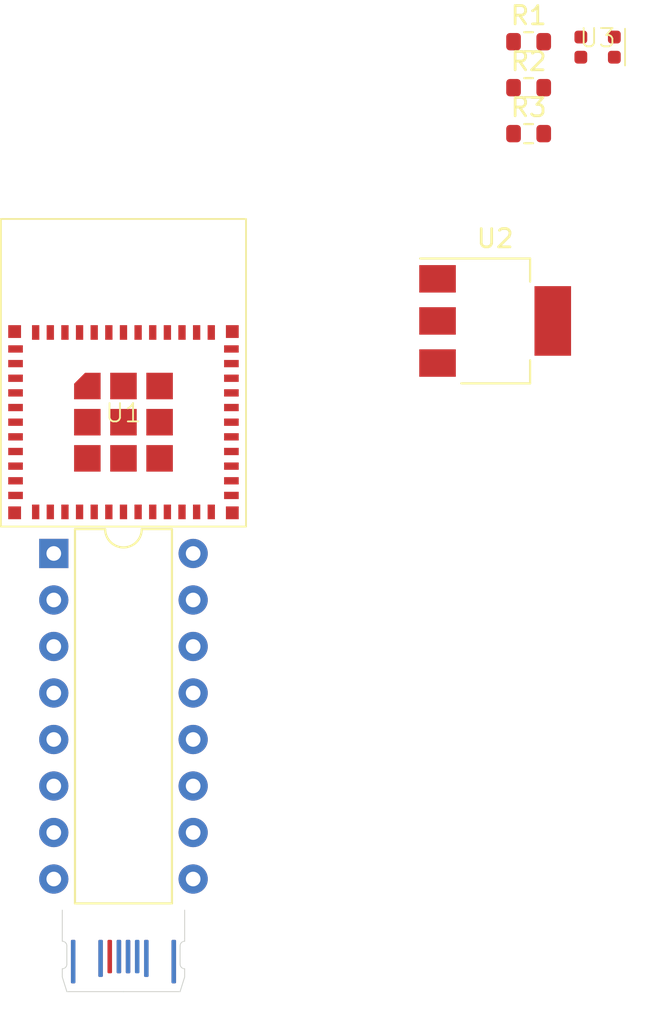
<source format=kicad_pcb>
(kicad_pcb (version 20221018) (generator pcbnew)
  (layers (0 "F.Cu" signal) (31 "B.Cu" signal) (34 "B.Paste" user) (35 "F.Paste" user) (36 "B.SilkS" user "B.Silkscreen") (37 "F.SilkS" user "F.Silkscreen") (38 "B.Mask" user) (39 "F.Mask" user) (44 "Edge.Cuts" user))
  (net 0 "")
  (net 1 "GND")
  (net 2 "D+")
  (net 3 "D-")
  (net 4 "+5V")
  (net 5 "Net-(J1-CC1)")
  (net 6 "Net-(J1-CC2)")
  (net 7 "+3.3V")
  (net 8 "Net-(R1-Pad2)")
  (net 9 "IO0")
  (net 10 "IO1")
  (net 11 "IO2")
  (net 12 "IO3")
  (net 13 "IO4")
  (net 14 "IO5")
  (net 15 "IO6")
  (net 16 "IO7")
  (net 17 "IO8")
  (net 18 "IO9")
  (net 19 "IO10")
  (net 20 "RXD")
  (net 21 "TXD")
  (net 23 "EN")
  (footprint "Library:ESP32C3-MINI-1" (layer "F.Cu") (at 100 94.1)
    (fp_text reference "U1" (at 0 -0.5 unlocked) (layer "F.SilkS") (effects (font (thickness 0.1))))
    (fp_text value "ESP32C3")
    (fp_rect (start -6.7 -11.1) (end 6.7 5.7) (stroke (width 0.1)) (fill none) (layer "F.SilkS"))
    (pad "" smd rect (at -5.9 -1.6 90) (size 0.4 0.8) (layers "F.Cu" "F.Paste" "F.Mask"))
    (pad "" smd rect (at -5.9 0.8 90) (size 0.4 0.8) (layers "F.Cu" "F.Paste" "F.Mask"))
    (pad "" smd rect (at -5.9 2.4 90) (size 0.4 0.8) (layers "F.Cu" "F.Paste" "F.Mask"))
    (pad "" smd rect (at -5.9 3.2 90) (size 0.4 0.8) (layers "F.Cu" "F.Paste" "F.Mask"))
    (pad "" smd rect (at -2.4 4.9) (size 0.4 0.8) (layers "F.Cu" "F.Paste" "F.Mask"))
    (pad "" smd rect (at -0.8 4.9) (size 0.4 0.8) (layers "F.Cu" "F.Paste" "F.Mask"))
    (pad "" smd rect (at 4.8 4.9) (size 0.4 0.8) (layers "F.Cu" "F.Paste" "F.Mask"))
    (pad "" smd rect (at 5.9 -4 270) (size 0.4 0.8) (layers "F.Cu" "F.Paste" "F.Mask"))
    (pad "" smd rect (at 5.9 -3.2 270) (size 0.4 0.8) (layers "F.Cu" "F.Paste" "F.Mask"))
    (pad "" smd rect (at 5.9 -2.4 270) (size 0.4 0.8) (layers "F.Cu" "F.Paste" "F.Mask"))
    (pad "" smd rect (at 5.9 -1.6 270) (size 0.4 0.8) (layers "F.Cu" "F.Paste" "F.Mask"))
    (pad "" smd rect (at 5.9 0.8 270) (size 0.4 0.8) (layers "F.Cu" "F.Paste" "F.Mask"))
    (pad "" smd rect (at 5.9 1.6 270) (size 0.4 0.8) (layers "F.Cu" "F.Paste" "F.Mask"))
    (pad "" smd rect (at 5.9 4 270) (size 0.4 0.8) (layers "F.Cu" "F.Paste" "F.Mask"))
    (pad "0" smd rect (at -4.8 4.9) (size 0.4 0.8) (layers "F.Cu" "F.Paste" "F.Mask") (net 9 "IO0"))
    (pad "1" smd rect (at -4 4.9) (size 0.4 0.8) (layers "F.Cu" "F.Paste" "F.Mask") (net 10 "IO1"))
    (pad "2" smd rect (at -5.9 -0.8 90) (size 0.4 0.8) (layers "F.Cu" "F.Paste" "F.Mask") (net 11 "IO2"))
    (pad "3" smd rect (at -5.9 0 90) (size 0.4 0.8) (layers "F.Cu" "F.Paste" "F.Mask") (net 12 "IO3"))
    (pad "4" smd rect (at 0 4.9) (size 0.4 0.8) (layers "F.Cu" "F.Paste" "F.Mask") (net 13 "IO4"))
    (pad "5" smd rect (at 0.8 4.9) (size 0.4 0.8) (layers "F.Cu" "F.Paste" "F.Mask") (net 14 "IO5"))
    (pad "6" smd rect (at 1.6 4.9) (size 0.4 0.8) (layers "F.Cu" "F.Paste" "F.Mask") (net 15 "IO6"))
    (pad "7" smd rect (at 2.4 4.9) (size 0.4 0.8) (layers "F.Cu" "F.Paste" "F.Mask") (net 16 "IO7"))
    (pad "8" smd rect (at 3.2 4.9) (size 0.4 0.8) (layers "F.Cu" "F.Paste" "F.Mask") (net 17 "IO8"))
    (pad "9" smd rect (at 4 4.9) (size 0.4 0.8) (layers "F.Cu" "F.Paste" "F.Mask") (net 18 "IO9"))
    (pad "10" smd rect (at -1.6 4.9) (size 0.4 0.8) (layers "F.Cu" "F.Paste" "F.Mask") (net 19 "IO10"))
    (pad "18" smd rect (at 5.9 3.2 270) (size 0.4 0.8) (layers "F.Cu" "F.Paste" "F.Mask") (net 3 "D-"))
    (pad "19" smd rect (at 5.9 2.4 270) (size 0.4 0.8) (layers "F.Cu" "F.Paste" "F.Mask") (net 2 "D+"))
    (pad "20" smd rect (at 5.9 0 270) (size 0.4 0.8) (layers "F.Cu" "F.Paste" "F.Mask") (net 20 "RXD"))
    (pad "21" smd rect (at 5.9 -0.8 270) (size 0.4 0.8) (layers "F.Cu" "F.Paste" "F.Mask") (net 21 "TXD"))
    (pad "EN" smd rect (at -5.9 1.6 90) (size 0.4 0.8) (layers "F.Cu" "F.Paste" "F.Mask") (net 8 "Net-(R1-Pad2)"))
    (pad "G" smd rect (at -5.95 -4.95 180) (size 0.7 0.7) (layers "F.Cu" "F.Paste" "F.Mask") (net 1 "GND"))
    (pad "G" smd rect (at -5.95 4.95) (size 0.7 0.7) (layers "F.Cu" "F.Paste" "F.Mask") (net 1 "GND"))
    (pad "G" smd rect (at -5.9 -4 90) (size 0.4 0.8) (layers "F.Cu" "F.Paste" "F.Mask") (net 1 "GND"))
    (pad "G" smd rect (at -5.9 -3.2 90) (size 0.4 0.8) (layers "F.Cu" "F.Paste" "F.Mask") (net 1 "GND"))
    (pad "G" smd rect (at -5.9 4 90) (size 0.4 0.8) (layers "F.Cu" "F.Paste" "F.Mask") (net 1 "GND"))
    (pad "G" smd rect (at -4.8 -4.9 180) (size 0.4 0.8) (layers "F.Cu" "F.Paste" "F.Mask") (net 1 "GND"))
    (pad "G" smd rect (at -4 -4.9 180) (size 0.4 0.8) (layers "F.Cu" "F.Paste" "F.Mask") (net 1 "GND"))
    (pad "G" smd rect (at -3.2 -4.9 180) (size 0.4 0.8) (layers "F.Cu" "F.Paste" "F.Mask") (net 1 "GND"))
    (pad "G" smd rect (at -3.2 4.9) (size 0.4 0.8) (layers "F.Cu" "F.Paste" "F.Mask") (net 1 "GND"))
    (pad "G" smd rect (at -2.4 -4.9 180) (size 0.4 0.8) (layers "F.Cu" "F.Paste" "F.Mask") (net 1 "GND"))
    (pad "G" smd roundrect (at -1.975 -1.975) (size 1.45 1.45) (layers "F.Cu" "F.Paste" "F.Mask") (roundrect_rratio 0) (chamfer_ratio 0.4137931034) (chamfer top_left) (net 1 "GND"))
    (pad "G" smd rect (at -1.975 0) (size 1.45 1.45) (layers "F.Cu" "F.Paste" "F.Mask") (net 1 "GND"))
    (pad "G" smd rect (at -1.975 1.975) (size 1.45 1.45) (layers "F.Cu" "F.Paste" "F.Mask") (net 1 "GND"))
    (pad "G" smd rect (at -1.6 -4.9 180) (size 0.4 0.8) (layers "F.Cu" "F.Paste" "F.Mask") (net 1 "GND"))
    (pad "G" smd rect (at -0.8 -4.9 180) (size 0.4 0.8) (layers "F.Cu" "F.Paste" "F.Mask") (net 1 "GND"))
    (pad "G" smd rect (at 0 -4.9 180) (size 0.4 0.8) (layers "F.Cu" "F.Paste" "F.Mask") (net 1 "GND"))
    (pad "G" smd rect (at 0 -1.975) (size 1.45 1.45) (layers "F.Cu" "F.Paste" "F.Mask") (net 1 "GND"))
    (pad "G" smd rect (at 0 0) (size 1.45 1.45) (layers "F.Cu" "F.Paste" "F.Mask") (net 1 "GND"))
    (pad "G" smd rect (at 0 1.975) (size 1.45 1.45) (layers "F.Cu" "F.Paste" "F.Mask") (net 1 "GND"))
    (pad "G" smd rect (at 0.8 -4.9 180) (size 0.4 0.8) (layers "F.Cu" "F.Paste" "F.Mask") (net 1 "GND"))
    (pad "G" smd rect (at 1.6 -4.9 180) (size 0.4 0.8) (layers "F.Cu" "F.Paste" "F.Mask") (net 1 "GND"))
    (pad "G" smd rect (at 1.975 -1.975) (size 1.45 1.45) (layers "F.Cu" "F.Paste" "F.Mask") (net 1 "GND"))
    (pad "G" smd rect (at 1.975 0) (size 1.45 1.45) (layers "F.Cu" "F.Paste" "F.Mask") (net 1 "GND"))
    (pad "G" smd rect (at 1.975 1.975) (size 1.45 1.45) (layers "F.Cu" "F.Paste" "F.Mask") (net 1 "GND"))
    (pad "G" smd rect (at 2.4 -4.9 180) (size 0.4 0.8) (layers "F.Cu" "F.Paste" "F.Mask") (net 1 "GND"))
    (pad "G" smd rect (at 3.2 -4.9 180) (size 0.4 0.8) (layers "F.Cu" "F.Paste" "F.Mask") (net 1 "GND"))
    (pad "G" smd rect (at 4 -4.9 180) (size 0.4 0.8) (layers "F.Cu" "F.Paste" "F.Mask") (net 1 "GND"))
    (pad "G" smd rect (at 4.8 -4.9 180) (size 0.4 0.8) (layers "F.Cu" "F.Paste" "F.Mask") (net 1 "GND"))
    (pad "G" smd rect (at 5.95 -4.95 180) (size 0.7 0.7) (layers "F.Cu" "F.Paste" "F.Mask") (net 1 "GND"))
    (pad "G" smd rect (at 5.95 4.95) (size 0.7 0.7) (layers "F.Cu" "F.Paste" "F.Mask") (net 1 "GND"))
    (pad "V" smd rect (at -5.9 -2.4 90) (size 0.4 0.8) (layers "F.Cu" "F.Paste" "F.Mask") (net 7 "+3.3V"))
  )
  (footprint "Library:WS2812C-2020" (layer "F.Cu") (at 125.92 73.615)
    (fp_text reference "U3" (at 0 -0.5 unlocked) (layer "F.SilkS") (effects (font (thickness 0.1))))
    (fp_text value "WS2812C")
    (fp_line (start 1.5 -1) (end 1.5 1) (stroke (width 0.1)) (layer "F.SilkS"))
    (pad "1" smd roundrect (at 0.915 0.55) (size 0.7 0.7) (layers "F.Cu" "F.Paste" "F.Mask"))
    (pad "2" smd roundrect (at 0.915 -0.55) (size 0.7 0.7) (layers "F.Cu" "F.Paste" "F.Mask") (net 1 "GND"))
    (pad "3" smd roundrect (at -0.915 -0.55) (size 0.7 0.7) (layers "F.Cu" "F.Paste" "F.Mask") (net 9 "IO0"))
    (pad "4" smd roundrect (at -0.915 0.55) (size 0.7 0.7) (layers "F.Cu" "F.Paste" "F.Mask") (net 4 "+5V"))
  )
  (footprint "Package_TO_SOT_SMD:SOT-223-3_TabPin2" (layer "F.Cu") (at 120.32 88.57)
    (fp_text reference "U2" (at 0 -4.5) (layer "F.SilkS"))
    (fp_text value "LM1117MP-3.3")
    (fp_line (start -4.1 -3.41) (end 1.91 -3.41) (stroke (width 0.12)) (layer "F.SilkS"))
    (fp_line (start -1.85 3.41) (end 1.91 3.41) (stroke (width 0.12)) (layer "F.SilkS"))
    (fp_line (start 1.91 -3.41) (end 1.91 -2.15) (stroke (width 0.12)) (layer "F.SilkS"))
    (fp_line (start 1.91 3.41) (end 1.91 2.15) (stroke (width 0.12)) (layer "F.SilkS"))
    (pad "1" smd rect (at -3.15 -2.3) (size 2 1.5) (layers "F.Cu" "F.Paste" "F.Mask") (net 1 "GND"))
    (pad "2" smd rect (at -3.15 0) (size 2 1.5) (layers "F.Cu" "F.Paste" "F.Mask") (net 7 "+3.3V"))
    (pad "2" smd rect (at 3.15 0) (size 2 3.8) (layers "F.Cu" "F.Paste" "F.Mask") (net 7 "+3.3V"))
    (pad "3" smd rect (at -3.15 2.3) (size 2 1.5) (layers "F.Cu" "F.Paste" "F.Mask") (net 4 "+5V"))
  )
  (footprint "Package_DIP:DIP-16_W7.62mm" (layer "F.Cu") (at 96.19 101.27)
    (fp_text reference "J2" hide)
    (fp_text value "Conn_02x08_Counter_Clockwise" hide)
    (fp_line (start 1.16 -1.33) (end 1.16 19.11) (stroke (width 0.12)) (layer "F.SilkS"))
    (fp_line (start 1.16 19.11) (end 6.46 19.11) (stroke (width 0.12)) (layer "F.SilkS"))
    (fp_line (start 2.81 -1.33) (end 1.16 -1.33) (stroke (width 0.12)) (layer "F.SilkS"))
    (fp_line (start 6.46 -1.33) (end 4.81 -1.33) (stroke (width 0.12)) (layer "F.SilkS"))
    (fp_line (start 6.46 19.11) (end 6.46 -1.33) (stroke (width 0.12)) (layer "F.SilkS"))
    (fp_arc (start 4.81 -1.33) (mid 3.81 -0.33) (end 2.81 -1.33) (stroke (width 0.12)) (layer "F.SilkS"))
    (pad "1" thru_hole rect (at 0 0) (size 1.6 1.6) (drill 0.8) (layers "*.Cu" "*.Mask") (net 7 "+3.3V"))
    (pad "2" thru_hole oval (at 0 2.54) (size 1.6 1.6) (drill 0.8) (layers "*.Cu" "*.Mask") (net 23 "EN"))
    (pad "3" thru_hole oval (at 0 5.08) (size 1.6 1.6) (drill 0.8) (layers "*.Cu" "*.Mask") (net 11 "IO2"))
    (pad "4" thru_hole oval (at 0 7.62) (size 1.6 1.6) (drill 0.8) (layers "*.Cu" "*.Mask") (net 12 "IO3"))
    (pad "5" thru_hole oval (at 0 10.16) (size 1.6 1.6) (drill 0.8) (layers "*.Cu" "*.Mask") (net 9 "IO0"))
    (pad "6" thru_hole oval (at 0 12.7) (size 1.6 1.6) (drill 0.8) (layers "*.Cu" "*.Mask") (net 10 "IO1"))
    (pad "7" thru_hole oval (at 0 15.24) (size 1.6 1.6) (drill 0.8) (layers "*.Cu" "*.Mask") (net 19 "IO10"))
    (pad "8" thru_hole oval (at 0 17.78) (size 1.6 1.6) (drill 0.8) (layers "*.Cu" "*.Mask") (net 13 "IO4"))
    (pad "9" thru_hole oval (at 7.62 17.78) (size 1.6 1.6) (drill 0.8) (layers "*.Cu" "*.Mask") (net 14 "IO5"))
    (pad "10" thru_hole oval (at 7.62 15.24) (size 1.6 1.6) (drill 0.8) (layers "*.Cu" "*.Mask") (net 15 "IO6"))
    (pad "11" thru_hole oval (at 7.62 12.7) (size 1.6 1.6) (drill 0.8) (layers "*.Cu" "*.Mask") (net 16 "IO7"))
    (pad "12" thru_hole oval (at 7.62 10.16) (size 1.6 1.6) (drill 0.8) (layers "*.Cu" "*.Mask") (net 17 "IO8"))
    (pad "13" thru_hole oval (at 7.62 7.62) (size 1.6 1.6) (drill 0.8) (layers "*.Cu" "*.Mask") (net 18 "IO9"))
    (pad "14" thru_hole oval (at 7.62 5.08) (size 1.6 1.6) (drill 0.8) (layers "*.Cu" "*.Mask") (net 20 "RXD"))
    (pad "15" thru_hole oval (at 7.62 2.54) (size 1.6 1.6) (drill 0.8) (layers "*.Cu" "*.Mask") (net 21 "TXD"))
    (pad "16" thru_hole oval (at 7.62 0) (size 1.6 1.6) (drill 0.8) (layers "*.Cu" "*.Mask") (net 1 "GND"))
  )
  (footprint "Resistor_SMD:R_0603_1608Metric" (layer "F.Cu") (at 122.15 73.32)
    (fp_text reference "R1" (at 0 -1.43) (layer "F.SilkS"))
    (fp_text value "10k")
    (fp_line (start -0.237258 -0.5225) (end 0.237258 -0.5225) (stroke (width 0.12)) (layer "F.SilkS"))
    (fp_line (start -0.237258 0.5225) (end 0.237258 0.5225) (stroke (width 0.12)) (layer "F.SilkS"))
    (pad "1" smd roundrect (at -0.825 0) (size 0.8 0.95) (layers "F.Cu" "F.Paste" "F.Mask") (net 7 "+3.3V"))
    (pad "2" smd roundrect (at 0.825 0) (size 0.8 0.95) (layers "F.Cu" "F.Paste" "F.Mask") (net 8 "Net-(R1-Pad2)"))
  )
  (footprint "Library:USB-C" (layer "F.Cu") (at 100 120.75 -90)
    (fp_text reference "J1" hide)
    (fp_text value "USB-C" hide)
    (fp_line (start 0 -3.345) (end 1.7 -3.345) (stroke (width 0.05)) (layer "Edge.Cuts"))
    (fp_line (start 0 3.345) (end 1.7 3.345) (stroke (width 0.05)) (layer "Edge.Cuts"))
    (fp_line (start 1.95 -3.095) (end 2.95 -3.095) (stroke (width 0.05)) (layer "Edge.Cuts"))
    (fp_line (start 1.95 3.095) (end 2.95 3.095) (stroke (width 0.05)) (layer "Edge.Cuts"))
    (fp_line (start 3.2 -3.345) (end 3.65 -3.345) (stroke (width 0.05)) (layer "Edge.Cuts"))
    (fp_line (start 3.2 3.345) (end 3.65 3.345) (stroke (width 0.05)) (layer "Edge.Cuts"))
    (fp_line (start 3.65 -3.345) (end 4.45 -3.095) (stroke (width 0.05)) (layer "Edge.Cuts"))
    (fp_line (start 3.65 3.345) (end 4.45 3.095) (stroke (width 0.05)) (layer "Edge.Cuts"))
    (fp_line (start 4.45 -3.095) (end 4.45 0) (stroke (width 0.05)) (layer "Edge.Cuts"))
    (fp_line (start 4.45 3.095) (end 4.45 0) (stroke (width 0.05)) (layer "Edge.Cuts"))
    (fp_arc (start 1.7 3.345) (mid 1.773223 3.168223) (end 1.95 3.095) (stroke (width 0.05)) (layer "Edge.Cuts"))
    (fp_arc (start 1.95 -3.095) (mid 1.773223 -3.168223) (end 1.7 -3.345) (stroke (width 0.05)) (layer "Edge.Cuts"))
    (fp_arc (start 2.95 3.095) (mid 3.126777 3.168223) (end 3.2 3.345) (stroke (width 0.05)) (layer "Edge.Cuts"))
    (fp_arc (start 3.2 -3.345) (mid 3.126777 -3.168223) (end 2.95 -3.095) (stroke (width 0.05)) (layer "Edge.Cuts"))
    (pad "1" smd roundrect (at 2.81 -2.75 270) (size 2.38 0.25) (layers "F.Cu" "F.Paste" "F.Mask") (net 1 "GND"))
    (pad "1" smd roundrect (at 2.81 -2.75 270) (size 2.38 0.25) (layers "B.Cu" "B.Paste" "B.Mask") (net 1 "GND"))
    (pad "1" smd roundrect (at 2.81 2.75 270) (size 2.38 0.25) (layers "F.Cu" "F.Paste" "F.Mask") (net 1 "GND"))
    (pad "1" smd roundrect (at 2.81 2.75 270) (size 2.38 0.25) (layers "B.Cu" "B.Paste" "B.Mask") (net 1 "GND"))
    (pad "2" smd roundrect (at 2.535 -0.25 270) (size 1.83 0.25) (layers "B.Cu" "B.Paste" "B.Mask") (net 2 "D+"))
    (pad "2" smd roundrect (at 2.535 0.25 270) (size 1.83 0.25) (layers "F.Cu" "F.Paste" "F.Mask") (net 2 "D+"))
    (pad "3" smd roundrect (at 2.535 -0.25 270) (size 1.83 0.25) (layers "F.Cu" "F.Paste" "F.Mask") (net 3 "D-"))
    (pad "3" smd roundrect (at 2.535 0.25 270) (size 1.83 0.25) (layers "B.Cu" "B.Paste" "B.Mask") (net 3 "D-"))
    (pad "4" smd roundrect (at 2.635 -1.25 270) (size 2.03 0.25) (layers "F.Cu" "F.Paste" "F.Mask") (net 4 "+5V"))
    (pad "4" smd roundrect (at 2.635 -1.25 270) (size 2.03 0.25) (layers "B.Cu" "B.Paste" "B.Mask") (net 4 "+5V"))
    (pad "4" smd roundrect (at 2.635 1.25 270) (size 2.03 0.25) (layers "F.Cu" "F.Paste" "F.Mask") (net 4 "+5V"))
    (pad "4" smd roundrect (at 2.635 1.25 270) (size 2.03 0.25) (layers "B.Cu" "B.Paste" "B.Mask") (net 4 "+5V"))
    (pad "5" smd roundrect (at 2.535 0.75 270) (size 1.83 0.25) (layers "F.Cu" "F.Paste" "F.Mask") (net 5 "Net-(J1-CC1)"))
    (pad "6" smd roundrect (at 2.535 -0.75 270) (size 1.83 0.25) (layers "B.Cu" "B.Paste" "B.Mask") (net 6 "Net-(J1-CC2)"))
  )
  (footprint "Resistor_SMD:R_0603_1608Metric" (layer "F.Cu") (at 122.15 75.83)
    (fp_text reference "R2" (at 0 -1.43) (layer "F.SilkS"))
    (fp_text value "5.1k")
    (fp_line (start -0.237258 -0.5225) (end 0.237258 -0.5225) (stroke (width 0.12)) (layer "F.SilkS"))
    (fp_line (start -0.237258 0.5225) (end 0.237258 0.5225) (stroke (width 0.12)) (layer "F.SilkS"))
    (pad "1" smd roundrect (at -0.825 0) (size 0.8 0.95) (layers "F.Cu" "F.Paste" "F.Mask") (net 6 "Net-(J1-CC2)"))
    (pad "2" smd roundrect (at 0.825 0) (size 0.8 0.95) (layers "F.Cu" "F.Paste" "F.Mask") (net 1 "GND"))
  )
  (footprint "Resistor_SMD:R_0603_1608Metric" (layer "F.Cu") (at 122.15 78.34)
    (fp_text reference "R3" (at 0 -1.43) (layer "F.SilkS"))
    (fp_text value "5.1k")
    (fp_line (start -0.237258 -0.5225) (end 0.237258 -0.5225) (stroke (width 0.12)) (layer "F.SilkS"))
    (fp_line (start -0.237258 0.5225) (end 0.237258 0.5225) (stroke (width 0.12)) (layer "F.SilkS"))
    (pad "1" smd roundrect (at -0.825 0) (size 0.8 0.95) (layers "F.Cu" "F.Paste" "F.Mask") (net 5 "Net-(J1-CC1)"))
    (pad "2" smd roundrect (at 0.825 0) (size 0.8 0.95) (layers "F.Cu" "F.Paste" "F.Mask") (net 1 "GND"))
  )
)
</source>
